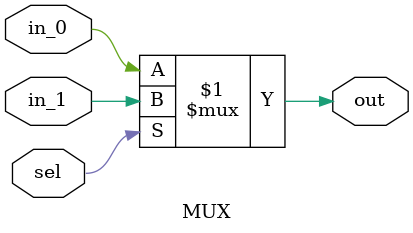
<source format=v>
`timescale 1ns / 1ps

module MUX (
    input in_0, in_1, sel,
    output out
    );
    assign out = sel ? in_1 : in_0;
endmodule
</source>
